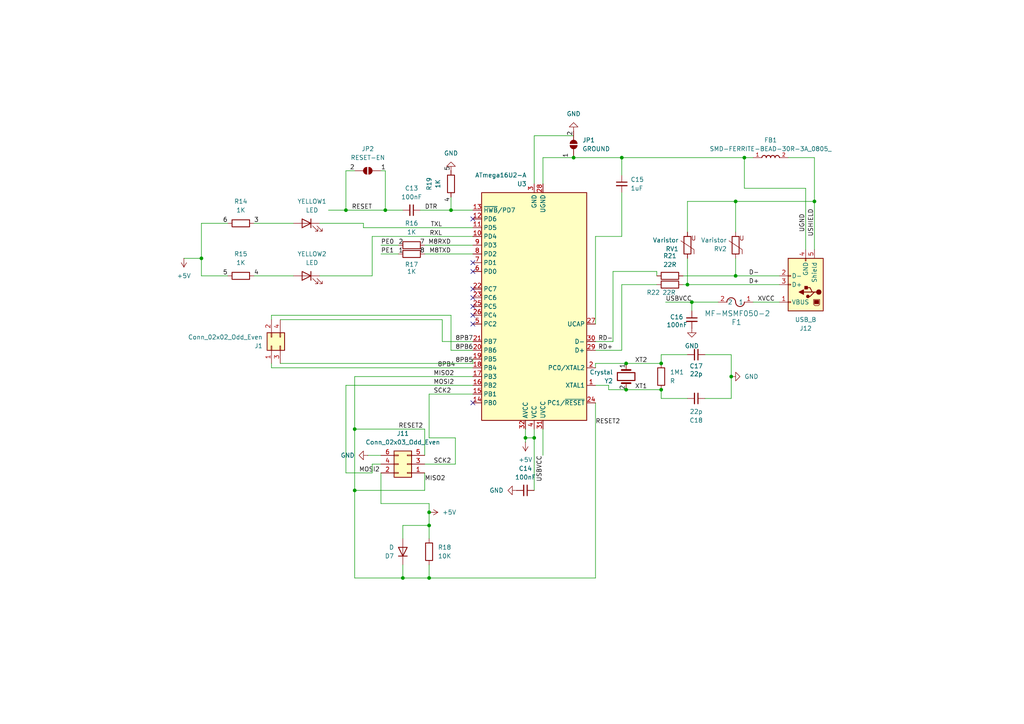
<source format=kicad_sch>
(kicad_sch (version 20231120) (generator "eeschema") (generator_version "8.0")
  (paper "A4")
  (title_block (title "ATmega16U2") (date "2024-07-11") (rev "0") (company "GEVITON ENTERPRISES LIMITED"))
  (lib_symbols
    (symbol "Connector:USB_B" (pin_names (offset 1.016))
      (property "Reference" "J" (at -5.08 11.43 0))
      (property "Value" "USB_B" (at -5.08 8.89 0))
      (symbol "USB_B_0_1"
        (rectangle (start -5.08 -7.62) (end 5.08 7.62) (stroke (width 0.254)) (fill (type background)))
        (circle (center -3.81 2.159) (radius 0.635) (stroke (width 0.254)) (fill (type outline)))
        (rectangle (start -3.81 5.588) (end -2.54 4.572) (fill (type outline)))
        (circle (center -0.635 3.429) (radius 0.381) (stroke (width 0.254)) (fill (type outline)))
        (rectangle (start -0.127 -7.62) (end 0.127 -6.858))
        (polyline (pts (xy -1.905 2.159) (xy 0.635 2.159)) (stroke (width 0.254)))
        (polyline (pts (xy -3.175 2.159) (xy -2.54 2.159) (xy -1.27 3.429) (xy -0.635 3.429)) (stroke (width 0.254)))
        (polyline (pts (xy -2.54 2.159) (xy -1.905 2.159) (xy -1.27 0.889) (xy 0 0.889)) (stroke (width 0.254)))
        (polyline (pts (xy 0.635 2.794) (xy 0.635 1.524) (xy 1.905 2.159) (xy 0.635 2.794)) (stroke (width 0.254)) (fill (type outline)))
        (polyline (pts (xy -4.064 4.318) (xy -2.286 4.318) (xy -2.286 5.715) (xy -2.667 6.096) (xy -3.683 6.096) (xy -4.064 5.715) (xy -4.064 4.318)))
        (rectangle (start 0.254 1.27) (end -0.508 0.508) (stroke (width 0.254)) (fill (type outline)))
        (rectangle (start 5.08 -2.667) (end 4.318 -2.413))
        (rectangle (start 5.08 -0.127) (end 4.318 0.127))
        (rectangle (start 5.08 4.953) (end 4.318 5.207))
      )
      (symbol "USB_B_1_1"
        (pin power_out line (at 7.62 5.08 180) (length 2.54) (name "VBUS") (number "1"))
        (pin bidirectional line (at 7.62 -2.54 180) (length 2.54) (name "D-") (number "2"))
        (pin bidirectional line (at 7.62 0 180) (length 2.54) (name "D+") (number "3"))
        (pin power_out line (at 0 -10.16 90) (length 2.54) (name "GND") (number "4"))
        (pin passive line (at -2.54 -10.16 90) (length 2.54) (name "Shield") (number "5"))
      )
    )
    (symbol "Connector_Generic:Conn_02x02_Odd_Even" (pin_names (offset 1.016) hide)
      (property "Reference" "J" (at 1.27 2.54 0))
      (property "Value" "Conn_02x02_Odd_Even" (at 1.27 -5.08 0))
      (symbol "Conn_02x02_Odd_Even_1_1"
        (rectangle (start -1.27 -2.413) (end 0 -2.667) (stroke (width 0.1524)))
        (rectangle (start -1.27 0.127) (end 0 -0.127) (stroke (width 0.1524)))
        (rectangle (start -1.27 1.27) (end 3.81 -3.81) (stroke (width 0.254)) (fill (type background)))
        (rectangle (start 3.81 -2.413) (end 2.54 -2.667) (stroke (width 0.1524)))
        (rectangle (start 3.81 0.127) (end 2.54 -0.127) (stroke (width 0.1524)))
        (pin passive line (at -5.08 0 0) (length 3.81) (name "Pin_1") (number "1"))
        (pin passive line (at 7.62 0 180) (length 3.81) (name "Pin_2") (number "2"))
        (pin passive line (at -5.08 -2.54 0) (length 3.81) (name "Pin_3") (number "3"))
        (pin passive line (at 7.62 -2.54 180) (length 3.81) (name "Pin_4") (number "4"))
      )
    )
    (symbol "Connector_Generic:Conn_02x03_Odd_Even" (pin_names (offset 1.016) hide)
      (property "Reference" "J" (at 1.27 5.08 0))
      (property "Value" "Conn_02x03_Odd_Even" (at 1.27 -5.08 0))
      (symbol "Conn_02x03_Odd_Even_1_1"
        (rectangle (start -1.27 -2.413) (end 0 -2.667) (stroke (width 0.1524)))
        (rectangle (start -1.27 0.127) (end 0 -0.127) (stroke (width 0.1524)))
        (rectangle (start -1.27 2.667) (end 0 2.413) (stroke (width 0.1524)))
        (rectangle (start -1.27 3.81) (end 3.81 -3.81) (stroke (width 0.254)) (fill (type background)))
        (rectangle (start 3.81 -2.413) (end 2.54 -2.667) (stroke (width 0.1524)))
        (rectangle (start 3.81 0.127) (end 2.54 -0.127) (stroke (width 0.1524)))
        (rectangle (start 3.81 2.667) (end 2.54 2.413) (stroke (width 0.1524)))
        (pin passive line (at -5.08 2.54 0) (length 3.81) (name "Pin_1") (number "1"))
        (pin passive line (at 7.62 2.54 180) (length 3.81) (name "Pin_2") (number "2"))
        (pin passive line (at -5.08 0 0) (length 3.81) (name "Pin_3") (number "3"))
        (pin passive line (at 7.62 0 180) (length 3.81) (name "Pin_4") (number "4"))
        (pin passive line (at -5.08 -2.54 0) (length 3.81) (name "Pin_5") (number "5"))
        (pin passive line (at 7.62 -2.54 180) (length 3.81) (name "Pin_6") (number "6"))
      )
    )
    (symbol "Device:C_Small" (pin_numbers hide) (pin_names (offset 0.254) hide)
      (property "Reference" "C" (at 0.254 1.778 0))
      (property "Value" "C_Small" (at 0.254 -2.032 0))
      (symbol "C_Small_0_1"
        (polyline (pts (xy -1.524 -0.508) (xy 1.524 -0.508)) (stroke (width 0.3302)))
        (polyline (pts (xy -1.524 0.508) (xy 1.524 0.508)) (stroke (width 0.3048)))
      )
      (symbol "C_Small_1_1"
        (pin passive line (at 0 2.54 270) (length 2.032) (name "~") (number "1"))
        (pin passive line (at 0 -2.54 90) (length 2.032) (name "~") (number "2"))
      )
    )
    (symbol "Device:Crystal" (pin_numbers hide) (pin_names (offset 1.016) hide)
      (property "Reference" "Y" (at 0 3.81 0))
      (property "Value" "Crystal" (at 0 -3.81 0))
      (symbol "Crystal_0_1"
        (rectangle (start -1.143 2.54) (end 1.143 -2.54) (stroke (width 0.3048)))
        (polyline (pts (xy -2.54 0) (xy -1.905 0)))
        (polyline (pts (xy -1.905 -1.27) (xy -1.905 1.27)) (stroke (width 0.508)))
        (polyline (pts (xy 1.905 -1.27) (xy 1.905 1.27)) (stroke (width 0.508)))
        (polyline (pts (xy 2.54 0) (xy 1.905 0)))
      )
      (symbol "Crystal_1_1"
        (pin passive line (at -3.81 0 0) (length 1.27) (name "1") (number "1"))
        (pin passive line (at 3.81 0 180) (length 1.27) (name "2") (number "2"))
      )
    )
    (symbol "Device:D" (pin_numbers hide) (pin_names (offset 1.016) hide)
      (property "Reference" "D" (at 0 2.54 0))
      (property "Value" "D" (at 0 -2.54 0))
      (symbol "D_0_1"
        (polyline (pts (xy -1.27 1.27) (xy -1.27 -1.27)) (stroke (width 0.254)))
        (polyline (pts (xy 1.27 0) (xy -1.27 0)))
        (polyline (pts (xy 1.27 1.27) (xy 1.27 -1.27) (xy -1.27 0) (xy 1.27 1.27)) (stroke (width 0.254)))
      )
      (symbol "D_1_1"
        (pin passive line (at -3.81 0 0) (length 2.54) (name "K") (number "1"))
        (pin passive line (at 3.81 0 180) (length 2.54) (name "A") (number "2"))
      )
    )
    (symbol "Device:LED" (pin_numbers hide) (pin_names (offset 1.016) hide)
      (property "Reference" "D" (at 0 2.54 0))
      (property "Value" "LED" (at 0 -2.54 0))
      (symbol "LED_0_1"
        (polyline (pts (xy -1.27 -1.27) (xy -1.27 1.27)) (stroke (width 0.254)))
        (polyline (pts (xy -1.27 0) (xy 1.27 0)))
        (polyline (pts (xy 1.27 -1.27) (xy 1.27 1.27) (xy -1.27 0) (xy 1.27 -1.27)) (stroke (width 0.254)))
        (polyline (pts (xy -3.048 -0.762) (xy -4.572 -2.286) (xy -3.81 -2.286) (xy -4.572 -2.286) (xy -4.572 -1.524)))
        (polyline (pts (xy -1.778 -0.762) (xy -3.302 -2.286) (xy -2.54 -2.286) (xy -3.302 -2.286) (xy -3.302 -1.524)))
      )
      (symbol "LED_1_1"
        (pin passive line (at -3.81 0 0) (length 2.54) (name "K") (number "1"))
        (pin passive line (at 3.81 0 180) (length 2.54) (name "A") (number "2"))
      )
    )
    (symbol "Device:R" (pin_numbers hide) (pin_names (offset 0))
      (property "Reference" "R" (at 2.032 0 90))
      (property "Value" "R" (at 0 0 90))
      (symbol "R_0_1"
        (rectangle (start -1.016 -2.54) (end 1.016 2.54) (stroke (width 0.254)))
      )
      (symbol "R_1_1"
        (pin passive line (at 0 3.81 270) (length 1.27) (name "~") (number "1"))
        (pin passive line (at 0 -3.81 90) (length 1.27) (name "~") (number "2"))
      )
    )
    (symbol "Device:Varistor" (pin_numbers hide) (pin_names (offset 0))
      (property "Reference" "RV" (at 3.175 0 90))
      (property "Value" "Varistor" (at -3.175 0 90))
      (symbol "Varistor_0_0"
        (text "U" (at -1.778 -2.032 0) (effects (font (size 1.27 1.27))))
      )
      (symbol "Varistor_0_1"
        (rectangle (start -1.016 -2.54) (end 1.016 2.54) (stroke (width 0.254)))
        (polyline (pts (xy -1.905 2.54) (xy -1.905 1.27) (xy 1.905 -1.27)))
      )
      (symbol "Varistor_1_1"
        (pin passive line (at 0 3.81 270) (length 1.27) (name "~") (number "1"))
        (pin passive line (at 0 -3.81 90) (length 1.27) (name "~") (number "2"))
      )
    )
    (symbol "Jumper:SolderJumper_2_Open" (pin_numbers hide) (pin_names (offset 0) hide) (exclude_from_sim yes) (in_bom no)
      (property "Reference" "JP" (at 0 2.032 0))
      (property "Value" "SolderJumper_2_Open" (at 0 -2.54 0))
      (symbol "SolderJumper_2_Open_0_1"
        (arc (start -0.254 1.016) (mid -1.2656 0) (end -0.254 -1.016))
        (arc (start -0.254 1.016) (mid -1.2656 0) (end -0.254 -1.016) (fill (type outline)))
        (polyline (pts (xy -0.254 1.016) (xy -0.254 -1.016)))
        (polyline (pts (xy 0.254 1.016) (xy 0.254 -1.016)))
        (arc (start 0.254 -1.016) (mid 1.2656 0) (end 0.254 1.016))
        (arc (start 0.254 -1.016) (mid 1.2656 0) (end 0.254 1.016) (fill (type outline)))
      )
      (symbol "SolderJumper_2_Open_1_1"
        (pin passive line (at -3.81 0 0) (length 2.54) (name "A") (number "1"))
        (pin passive line (at 3.81 0 180) (length 2.54) (name "B") (number "2"))
      )
    )
    (symbol "MCU_Microchip_ATmega:ATmega16U2-A"
      (property "Reference" "U" (at -15.24 34.29 0))
      (property "Value" "ATmega16U2-A" (at 2.54 -34.29 0))
      (symbol "ATmega16U2-A_0_1"
        (rectangle (start -15.24 -33.02) (end 15.24 33.02) (stroke (width 0.254)) (fill (type background)))
      )
      (symbol "ATmega16U2-A_1_1"
        (pin input line (at -17.78 22.86 0) (length 2.54) (name "XTAL1") (number "1"))
        (pin bidirectional line (at 17.78 -20.32 180) (length 2.54) (name "PD4") (number "10"))
        (pin bidirectional line (at 17.78 -22.86 180) (length 2.54) (name "PD5") (number "11"))
        (pin bidirectional line (at 17.78 -25.4 180) (length 2.54) (name "PD6") (number "12"))
        (pin bidirectional line (at 17.78 -27.94 180) (length 2.54) (name "~{HWB}/PD7") (number "13"))
        (pin bidirectional line (at 17.78 27.94 180) (length 2.54) (name "PB0") (number "14"))
        (pin bidirectional line (at 17.78 25.4 180) (length 2.54) (name "PB1") (number "15"))
        (pin bidirectional line (at 17.78 22.86 180) (length 2.54) (name "PB2") (number "16"))
        (pin bidirectional line (at 17.78 20.32 180) (length 2.54) (name "PB3") (number "17"))
        (pin bidirectional line (at 17.78 17.78 180) (length 2.54) (name "PB4") (number "18"))
        (pin bidirectional line (at 17.78 15.24 180) (length 2.54) (name "PB5") (number "19"))
        (pin bidirectional line (at -17.78 17.78 0) (length 2.54) (name "PC0/XTAL2") (number "2"))
        (pin bidirectional line (at 17.78 12.7 180) (length 2.54) (name "PB6") (number "20"))
        (pin bidirectional line (at 17.78 10.16 180) (length 2.54) (name "PB7") (number "21"))
        (pin bidirectional line (at 17.78 -5.08 180) (length 2.54) (name "PC7") (number "22"))
        (pin bidirectional line (at 17.78 -2.54 180) (length 2.54) (name "PC6") (number "23"))
        (pin bidirectional line (at -17.78 27.94 0) (length 2.54) (name "PC1/~{RESET}") (number "24"))
        (pin bidirectional line (at 17.78 0 180) (length 2.54) (name "PC5") (number "25"))
        (pin bidirectional line (at 17.78 2.54 180) (length 2.54) (name "PC4") (number "26"))
        (pin passive line (at -17.78 5.08 0) (length 2.54) (name "UCAP") (number "27"))
        (pin power_in line (at -2.54 -35.56 90) (length 2.54) (name "UGND") (number "28"))
        (pin bidirectional line (at -17.78 12.7 0) (length 2.54) (name "D+") (number "29"))
        (pin power_in line (at 0 -35.56 90) (length 2.54) (name "GND") (number "3"))
        (pin bidirectional line (at -17.78 10.16 0) (length 2.54) (name "D-") (number "30"))
        (pin power_in line (at -2.54 35.56 270) (length 2.54) (name "UVCC") (number "31"))
        (pin power_in line (at 2.54 35.56 270) (length 2.54) (name "AVCC") (number "32"))
        (pin power_in line (at 0 35.56 270) (length 2.54) (name "VCC") (number "4"))
        (pin bidirectional line (at 17.78 5.08 180) (length 2.54) (name "PC2") (number "5"))
        (pin bidirectional line (at 17.78 -10.16 180) (length 2.54) (name "PD0") (number "6"))
        (pin bidirectional line (at 17.78 -12.7 180) (length 2.54) (name "PD1") (number "7"))
        (pin bidirectional line (at 17.78 -15.24 180) (length 2.54) (name "PD2") (number "8"))
        (pin bidirectional line (at 17.78 -17.78 180) (length 2.54) (name "PD3") (number "9"))
      )
    )
    (symbol "MF_MSMF050_2:MF-MSMF050-2" (pin_names (offset 0.254))
      (property "Reference" "F" (at 5.08 3.175 0))
      (property "Value" "MF-MSMF050-2" (at 5.08 -3.175 0))
      (symbol "MF-MSMF050-2_0_1"
        (arc (start 5.08 0) (mid 3.81 1.2645) (end 2.54 0) (stroke (width 0.254)))
        (arc (start 5.08 0) (mid 6.35 -1.2645) (end 7.62 0) (stroke (width 0.254)))
        (pin unspecified line (at 0 0 0) (length 2.54) (name "1") (number "1"))
        (pin unspecified line (at 10.16 0 180) (length 2.54) (name "2") (number "2"))
      )
    )
    (symbol "SMD-FERRITE-BEAD-30R-3A_0805_:SMD-FERRITE-BEAD-30R-3A_0805_" (pin_names (offset 1.016))
      (property "Reference" "FB" (at -2.5414 1.2707 0))
      (property "Value" "SMD-FERRITE-BEAD-30R-3A_0805_" (at -2.5446 -2.5446 0))
      (symbol "SMD-FERRITE-BEAD-30R-3A_0805__0_0"
        (arc (start -1.27 0) (mid -1.905 0.6323) (end -2.54 0) (stroke (width 0.254)))
        (arc (start 0 0) (mid -0.635 0.6323) (end -1.27 0) (stroke (width 0.254)))
        (arc (start 1.27 0) (mid 0.635 0.6323) (end 0 0) (stroke (width 0.254)))
        (arc (start 2.54 0) (mid 1.905 0.6323) (end 1.27 0) (stroke (width 0.254)))
        (pin passive line (at -5.08 0 0) (length 2.54) (name "~") (number "1"))
        (pin passive line (at 5.08 0 180) (length 2.54) (name "~") (number "2"))
      )
    )
    (symbol "power:+5V" (power) (pin_numbers hide) (pin_names (offset 0) hide)
      (property "Value" "+5V" (at 0 3.556 0))
      (symbol "+5V_0_1"
        (polyline (pts (xy -0.762 1.27) (xy 0 2.54)))
        (polyline (pts (xy 0 0) (xy 0 2.54)))
        (polyline (pts (xy 0 2.54) (xy 0.762 1.27)))
      )
      (symbol "+5V_1_1"
        (pin power_in line (at 0 0 90) (length 0) (name "~") (number "1"))
      )
    )
    (symbol "power:GND" (power) (pin_numbers hide) (pin_names (offset 0) hide)
      (property "Value" "GND" (at 0 -3.81 0))
      (symbol "GND_0_1"
        (polyline (pts (xy 0 0) (xy 0 -1.27) (xy 1.27 -1.27) (xy 0 -2.54) (xy -1.27 -1.27) (xy 0 -1.27)))
      )
      (symbol "GND_1_1"
        (pin power_in line (at 0 0 270) (length 0) (name "~") (number "1"))
      )
    )
  )
  (junction (at 102.87 142.24))
  (junction (at 152.4 127))
  (junction (at 130.81 60.96))
  (junction (at 102.87 124.46))
  (junction (at 180.34 45.72))
  (junction (at 191.77 113.03))
  (junction (at 124.46 152.4))
  (junction (at 213.36 58.42))
  (junction (at 166.37 45.72))
  (junction (at 100.33 60.96))
  (junction (at 199.39 82.55))
  (junction (at 215.9 45.72))
  (junction (at 116.84 167.64))
  (junction (at 111.76 60.96))
  (junction (at 124.46 148.59))
  (junction (at 212.09 109.22))
  (junction (at 124.46 167.64))
  (junction (at 200.66 87.63))
  (junction (at 154.94 127))
  (junction (at 181.61 113.03))
  (junction (at 213.36 80.01))
  (junction (at 181.61 105.41))
  (junction (at 236.22 58.42))
  (junction (at 191.77 105.41))
  (junction (at 58.42 74.93))
  (no_connect (at 137.16 63.5))
  (no_connect (at 137.16 91.44))
  (no_connect (at 137.16 88.9))
  (no_connect (at 137.16 116.84))
  (no_connect (at 137.16 78.74))
  (no_connect (at 137.16 93.98))
  (no_connect (at 137.16 83.82))
  (no_connect (at 137.16 76.2))
  (no_connect (at 137.16 86.36))
  (wire (pts (xy 199.39 102.87) (xy 191.77 102.87)))
  (wire (pts (xy 130.81 101.6) (xy 130.81 91.44)))
  (wire (pts (xy 66.04 64.77) (xy 58.42 64.77)))
  (wire (pts (xy 107.95 80.01) (xy 92.71 80.01)))
  (wire (pts (xy 228.6 45.72) (xy 236.22 45.72)))
  (wire (pts (xy 58.42 64.77) (xy 58.42 74.93)))
  (wire (pts (xy 85.09 80.01) (xy 73.66 80.01)))
  (wire (pts (xy 236.22 58.42) (xy 236.22 45.72)))
  (wire (pts (xy 180.34 45.72) (xy 215.9 45.72)))
  (wire (pts (xy 191.77 113.03) (xy 181.61 113.03)))
  (wire (pts (xy 110.49 137.16) (xy 110.49 146.05)))
  (wire (pts (xy 154.94 53.34) (xy 154.94 39.37)))
  (wire (pts (xy 58.42 74.93) (xy 53.34 74.93)))
  (wire (pts (xy 199.39 82.55) (xy 198.12 82.55)))
  (wire (pts (xy 130.81 60.96) (xy 130.81 57.15)))
  (wire (pts (xy 180.34 50.8) (xy 180.34 45.72)))
  (wire (pts (xy 102.87 109.22) (xy 102.87 124.46)))
  (wire (pts (xy 199.39 74.93) (xy 199.39 82.55)))
  (wire (pts (xy 172.72 68.58) (xy 172.72 93.98)))
  (wire (pts (xy 78.74 91.44) (xy 78.74 92.71)))
  (wire (pts (xy 212.09 102.87) (xy 212.09 109.22)))
  (wire (pts (xy 102.87 124.46) (xy 102.87 142.24)))
  (wire (pts (xy 105.41 64.77) (xy 92.71 64.77)))
  (wire (pts (xy 137.16 114.3) (xy 124.46 114.3)))
  (wire (pts (xy 66.04 80.01) (xy 58.42 80.01)))
  (wire (pts (xy 176.53 113.03) (xy 181.61 113.03)))
  (wire (pts (xy 115.57 71.12) (xy 110.49 71.12)))
  (wire (pts (xy 105.41 66.04) (xy 105.41 64.77)))
  (wire (pts (xy 128.27 99.06) (xy 128.27 92.71)))
  (wire (pts (xy 215.9 45.72) (xy 218.44 45.72)))
  (wire (pts (xy 124.46 152.4) (xy 124.46 148.59)))
  (wire (pts (xy 123.19 137.16) (xy 123.19 142.24)))
  (wire (pts (xy 132.08 127) (xy 132.08 134.62)))
  (wire (pts (xy 100.33 60.96) (xy 100.33 49.53)))
  (wire (pts (xy 176.53 111.76) (xy 176.53 113.03)))
  (wire (pts (xy 200.66 90.17) (xy 200.66 87.63)))
  (wire (pts (xy 107.95 68.58) (xy 107.95 80.01)))
  (wire (pts (xy 137.16 73.66) (xy 123.19 73.66)))
  (wire (pts (xy 137.16 111.76) (xy 100.33 111.76)))
  (wire (pts (xy 137.16 60.96) (xy 130.81 60.96)))
  (wire (pts (xy 172.72 105.41) (xy 181.61 105.41)))
  (wire (pts (xy 116.84 152.4) (xy 116.84 156.21)))
  (wire (pts (xy 124.46 146.05) (xy 124.46 148.59)))
  (wire (pts (xy 154.94 39.37) (xy 166.37 39.37)))
  (wire (pts (xy 115.57 73.66) (xy 110.49 73.66)))
  (wire (pts (xy 154.94 127) (xy 152.4 127)))
  (wire (pts (xy 213.36 58.42) (xy 199.39 58.42)))
  (wire (pts (xy 199.39 67.31) (xy 199.39 58.42)))
  (wire (pts (xy 177.8 78.74) (xy 177.8 99.06)))
  (wire (pts (xy 190.5 78.74) (xy 177.8 78.74)))
  (wire (pts (xy 116.84 167.64) (xy 102.87 167.64)))
  (wire (pts (xy 177.8 99.06) (xy 172.72 99.06)))
  (wire (pts (xy 226.06 82.55) (xy 199.39 82.55)))
  (wire (pts (xy 233.68 72.39) (xy 233.68 54.61)))
  (wire (pts (xy 123.19 124.46) (xy 102.87 124.46)))
  (wire (pts (xy 100.33 111.76) (xy 100.33 137.16)))
  (wire (pts (xy 152.4 127) (xy 152.4 124.46)))
  (wire (pts (xy 172.72 106.68) (xy 172.72 105.41)))
  (wire (pts (xy 102.87 109.22) (xy 137.16 109.22)))
  (wire (pts (xy 233.68 54.61) (xy 215.9 54.61)))
  (wire (pts (xy 110.49 49.53) (xy 111.76 49.53)))
  (wire (pts (xy 180.34 68.58) (xy 172.72 68.58)))
  (wire (pts (xy 102.87 142.24) (xy 123.19 142.24)))
  (wire (pts (xy 123.19 132.08) (xy 123.19 124.46)))
  (wire (pts (xy 204.47 102.87) (xy 212.09 102.87)))
  (wire (pts (xy 213.36 80.01) (xy 198.12 80.01)))
  (wire (pts (xy 191.77 105.41) (xy 181.61 105.41)))
  (wire (pts (xy 172.72 111.76) (xy 176.53 111.76)))
  (wire (pts (xy 124.46 167.64) (xy 124.46 163.83)))
  (wire (pts (xy 85.09 64.77) (xy 73.66 64.77)))
  (wire (pts (xy 213.36 58.42) (xy 236.22 58.42)))
  (wire (pts (xy 137.16 71.12) (xy 123.19 71.12)))
  (wire (pts (xy 180.34 82.55) (xy 190.5 82.55)))
  (wire (pts (xy 226.06 80.01) (xy 213.36 80.01)))
  (wire (pts (xy 154.94 142.24) (xy 154.94 127)))
  (wire (pts (xy 107.95 134.62) (xy 110.49 134.62)))
  (wire (pts (xy 212.09 109.22) (xy 212.09 115.57)))
  (wire (pts (xy 212.09 115.57) (xy 204.47 115.57)))
  (wire (pts (xy 199.39 115.57) (xy 191.77 115.57)))
  (wire (pts (xy 213.36 80.01) (xy 213.36 74.93)))
  (wire (pts (xy 100.33 49.53) (xy 102.87 49.53)))
  (wire (pts (xy 124.46 152.4) (xy 116.84 152.4)))
  (wire (pts (xy 132.08 134.62) (xy 123.19 134.62)))
  (wire (pts (xy 208.28 87.63) (xy 200.66 87.63)))
  (wire (pts (xy 100.33 137.16) (xy 107.95 137.16)))
  (wire (pts (xy 116.84 60.96) (xy 111.76 60.96)))
  (wire (pts (xy 130.81 91.44) (xy 78.74 91.44)))
  (wire (pts (xy 226.06 87.63) (xy 218.44 87.63)))
  (wire (pts (xy 130.81 60.96) (xy 121.92 60.96)))
  (wire (pts (xy 107.95 137.16) (xy 107.95 134.62)))
  (wire (pts (xy 236.22 72.39) (xy 236.22 58.42)))
  (wire (pts (xy 111.76 60.96) (xy 111.76 49.53)))
  (wire (pts (xy 172.72 101.6) (xy 180.34 101.6)))
  (wire (pts (xy 124.46 167.64) (xy 116.84 167.64)))
  (wire (pts (xy 137.16 68.58) (xy 107.95 68.58)))
  (wire (pts (xy 111.76 60.96) (xy 100.33 60.96)))
  (wire (pts (xy 172.72 116.84) (xy 172.72 167.64)))
  (wire (pts (xy 157.48 53.34) (xy 157.48 45.72)))
  (wire (pts (xy 78.74 106.68) (xy 78.74 105.41)))
  (wire (pts (xy 191.77 102.87) (xy 191.77 105.41)))
  (wire (pts (xy 110.49 146.05) (xy 124.46 146.05)))
  (wire (pts (xy 102.87 167.64) (xy 102.87 142.24)))
  (wire (pts (xy 166.37 45.72) (xy 180.34 45.72)))
  (wire (pts (xy 172.72 167.64) (xy 124.46 167.64)))
  (wire (pts (xy 215.9 54.61) (xy 215.9 45.72)))
  (wire (pts (xy 137.16 105.41) (xy 137.16 104.14)))
  (wire (pts (xy 137.16 106.68) (xy 78.74 106.68)))
  (wire (pts (xy 213.36 67.31) (xy 213.36 58.42)))
  (wire (pts (xy 100.33 60.96) (xy 95.25 60.96)))
  (wire (pts (xy 81.28 105.41) (xy 137.16 105.41)))
  (wire (pts (xy 128.27 92.71) (xy 81.28 92.71)))
  (wire (pts (xy 106.68 132.08) (xy 110.49 132.08)))
  (wire (pts (xy 180.34 55.88) (xy 180.34 68.58)))
  (wire (pts (xy 191.77 115.57) (xy 191.77 113.03)))
  (wire (pts (xy 157.48 124.46) (xy 157.48 132.08)))
  (wire (pts (xy 154.94 127) (xy 154.94 124.46)))
  (wire (pts (xy 137.16 99.06) (xy 128.27 99.06)))
  (wire (pts (xy 180.34 101.6) (xy 180.34 82.55)))
  (wire (pts (xy 200.66 87.63) (xy 193.04 87.63)))
  (wire (pts (xy 137.16 66.04) (xy 105.41 66.04)))
  (wire (pts (xy 58.42 80.01) (xy 58.42 74.93)))
  (wire (pts (xy 124.46 127) (xy 132.08 127)))
  (wire (pts (xy 124.46 156.21) (xy 124.46 152.4)))
  (wire (pts (xy 157.48 45.72) (xy 166.37 45.72)))
  (wire (pts (xy 190.5 78.74) (xy 190.5 80.01)))
  (wire (pts (xy 124.46 114.3) (xy 124.46 127)))
  (wire (pts (xy 137.16 101.6) (xy 130.81 101.6)))
  (wire (pts (xy 152.4 128.27) (xy 152.4 127)))
  (wire (pts (xy 116.84 163.83) (xy 116.84 167.64)))
  (label "RESET2" (at 172.72 123.19 0))
  (label "1" (at 181.61 105.41 270))
  (label "2" (at 166.37 39.37 90))
  (label "MOSI2" (at 104.14 137.16 0))
  (label "RESET2" (at 115.57 124.46 0))
  (label "5" (at 130.81 49.53 90))
  (label "SCK2" (at 125.73 114.3 0))
  (label "5" (at 66.04 80.01 180))
  (label "4" (at 130.81 57.15 270))
  (label "RD+" (at 177.8 101.6 180))
  (label "MISO2" (at 125.73 109.22 0))
  (label "2" (at 181.61 113.03 90))
  (label "TXL" (at 128.27 66.04 180))
  (label "2" (at 102.87 49.53 180))
  (label "8PB4" (at 132.08 106.68 180))
  (label "3" (at 73.66 64.77 0))
  (label "RXL" (at 128.27 68.58 180))
  (label "1" (at 165.1 45.72 90))
  (label "8PB5" (at 132.08 105.41 0))
  (label "8PB6" (at 132.08 101.6 0))
  (label "USHIELD" (at 236.22 68.58 90))
  (label "PE1" (at 110.49 73.66 0))
  (label "UGND" (at 233.68 67.31 90))
  (label "PE0" (at 110.49 71.12 0))
  (label "MOSI2" (at 125.73 111.76 0))
  (label "XVCC" (at 219.71 87.63 0))
  (label "RD-" (at 177.8 99.06 180))
  (label "8PB7" (at 132.08 99.06 0))
  (label "6" (at 66.04 64.77 180))
  (label "USBVCC" (at 193.04 87.63 0))
  (label "USBVCC" (at 157.48 132.08 270))
  (label "SCK2" (at 125.73 134.62 0))
  (label "1" (at 110.49 49.53 0))
  (label "M8RXD" (at 130.81 71.12 180))
  (label "2" (at 115.57 71.12 0))
  (label "M8TXD" (at 130.81 73.66 180))
  (label "4" (at 73.66 80.01 0))
  (label "MISO2" (at 123.19 139.7 0))
  (label "8" (at 123.19 73.66 180))
  (label "D-" (at 217.17 80.01 0))
  (label "DTR" (at 123.19 60.96 0))
  (label "RESET" (at 107.95 60.96 180))
  (label "XT1" (at 184.15 113.03 0))
  (label "D+" (at 217.17 82.55 0))
  (label "1" (at 115.57 73.66 0))
  (label "7" (at 123.19 71.12 180))
  (label "XT2" (at 184.15 105.41 0))
  (symbol (lib_id "Device:Varistor") (at 213.36 71.12 180) (unit 1)
    (property "Reference" "RV2" (at 210.82 72.1968 0) (effects (justify left)))
    (property "Value" "Varistor" (at 210.82 69.6568 0) (effects (justify left)))
    (property "Footprint" "Varistor:Varistor_Panasonic_VF" (effects (hide yes)))
    (property "Description" "Voltage dependent resistor" (effects (hide yes)))
    (property "Sim.Name" "kicad_builtin_varistor" (effects (hide yes)))
    (property "Sim.Device" "SUBCKT" (effects (hide yes)))
    (property "Sim.Pins" "1=A 2=B" (effects (hide yes)))
    (property "Sim.Params" "threshold=1k" (effects (hide yes)))
    (property "Sim.Library" "${KICAD7_SYMBOL_DIR}/Simulation_SPICE.sp" (effects (hide yes)))
  )
  (symbol (lib_id "power:GND") (at 166.37 38.1 180) (unit 1)
    (property "Reference" "#PWR010" (effects (hide yes)))
    (property "Value" "GND" (at 166.37 33.02 0))
    (property "Description" "Power symbol creates a global label with name \"GND\" , ground" (effects (hide yes)))
  )
  (symbol (lib_id "Device:R") (at 69.85 80.01 270) (unit 1)
    (property "Reference" "R15" (at 69.85 73.66 90))
    (property "Value" "1K" (at 69.85 76.2 90))
    (property "Footprint" "Resistor_SMD:R_0201_0603Metric_Pad0.64x0.40mm_HandSolder" (effects (hide yes)))
    (property "Description" "Resistor" (effects (hide yes)))
  )
  (symbol (lib_id "Device:R") (at 194.31 82.55 270) (unit 1)
    (property "Reference" "R22" (at 189.484 84.836 90))
    (property "Value" "22R" (at 194.056 84.836 90))
    (property "Footprint" "Resistor_SMD:R_0201_0603Metric_Pad0.64x0.40mm_HandSolder" (effects (hide yes)))
    (property "Description" "Resistor" (effects (hide yes)))
  )
  (symbol (lib_id "Connector_Generic:Conn_02x02_Odd_Even") (at 78.74 100.33 90) (unit 1)
    (property "Reference" "J1" (at 76.2 100.3301 90) (effects (justify left)))
    (property "Value" "Conn_02x02_Odd_Even" (at 76.2 97.7901 90) (effects (justify left)))
    (property "Footprint" "Connector_Hirose:Hirose_DF11-4DP-2DSA_2x02_P2.00mm_Vertical" (effects (hide yes)))
    (property "Description" "Generic connector, double row, 02x02, odd/even pin numbering scheme (row 1 odd numbers, row 2 even numbers), script generated (kicad-library-utils/schlib/autogen/connector/)" (effects (hide yes)))
  )
  (symbol (lib_id "Device:LED") (at 88.9 64.77 0) (mirror y) (unit 1)
    (property "Reference" "YELLOW1" (at 90.4875 58.42 0))
    (property "Value" "LED" (at 90.4875 60.96 0))
    (property "Footprint" "LED_SMD:LED_0201_0603Metric" (effects (hide yes)))
    (property "Description" "Light emitting diode" (effects (hide yes)))
  )
  (symbol (lib_id "power:GND") (at 130.81 49.53 180) (unit 1)
    (property "Reference" "#PWR032" (effects (hide yes)))
    (property "Value" "GND" (at 130.81 44.45 0))
    (property "Description" "Power symbol creates a global label with name \"GND\" , ground" (effects (hide yes)))
  )
  (symbol (lib_id "Device:R") (at 124.46 160.02 180) (unit 1)
    (property "Reference" "R18" (at 127 158.7499 0) (effects (justify right)))
    (property "Value" "10K" (at 127 161.2899 0) (effects (justify right)))
    (property "Footprint" "Resistor_SMD:R_0201_0603Metric_Pad0.64x0.40mm_HandSolder" (effects (hide yes)))
    (property "Description" "Resistor" (effects (hide yes)))
  )
  (symbol (lib_id "power:GND") (at 106.68 132.08 270) (unit 1)
    (property "Reference" "#PWR030" (effects (hide yes)))
    (property "Value" "GND" (at 102.87 132.0801 90) (effects (justify right)))
    (property "Description" "Power symbol creates a global label with name \"GND\" , ground" (effects (hide yes)))
  )
  (symbol (lib_id "Device:R") (at 69.85 64.77 270) (unit 1)
    (property "Reference" "R14" (at 69.85 58.42 90))
    (property "Value" "1K" (at 69.85 60.96 90))
    (property "Footprint" "Resistor_SMD:R_0201_0603Metric_Pad0.64x0.40mm_HandSolder" (effects (hide yes)))
    (property "Description" "Resistor" (effects (hide yes)))
  )
  (symbol (lib_id "power:GND") (at 200.66 95.25 0) (unit 1)
    (property "Reference" "#PWR035" (effects (hide yes)))
    (property "Value" "GND" (at 200.66 100.33 0))
    (property "Description" "Power symbol creates a global label with name \"GND\" , ground" (effects (hide yes)))
  )
  (symbol (lib_id "power:GND") (at 212.09 109.22 90) (unit 1)
    (property "Reference" "#PWR036" (effects (hide yes)))
    (property "Value" "GND" (at 215.9 109.2201 90) (effects (justify right)))
    (property "Description" "Power symbol creates a global label with name \"GND\" , ground" (effects (hide yes)))
  )
  (symbol (lib_id "Device:R") (at 130.81 53.34 0) (mirror y) (unit 1)
    (property "Reference" "R19" (at 124.46 53.34 90))
    (property "Value" "1K" (at 127 53.34 90))
    (property "Footprint" "Resistor_SMD:R_0201_0603Metric_Pad0.64x0.40mm_HandSolder" (effects (hide yes)))
    (property "Description" "Resistor" (effects (hide yes)))
  )
  (symbol (lib_id "power:+5V") (at 53.34 74.93 180) (unit 1)
    (property "Reference" "#PWR029" (effects (hide yes)))
    (property "Value" "+5V" (at 53.34 80.01 0))
    (property "Description" "Power symbol creates a global label with name \"+5V\"" (effects (hide yes)))
  )
  (symbol (lib_id "Device:C_Small") (at 201.93 115.57 270) (unit 1)
    (property "Reference" "C18" (at 201.9237 121.92 90))
    (property "Value" "22p" (at 201.9237 119.38 90))
    (property "Footprint" "Capacitor_SMD:C_0402_1005Metric_Pad0.74x0.62mm_HandSolder" (effects (hide yes)))
    (property "Description" "Unpolarized capacitor, small symbol" (effects (hide yes)))
  )
  (symbol (lib_id "Device:R") (at 191.77 109.22 180) (unit 1)
    (property "Reference" "1M1" (at 194.31 107.9499 0) (effects (justify right)))
    (property "Value" "R" (at 194.31 110.4899 0) (effects (justify right)))
    (property "Footprint" "Resistor_SMD:R_0201_0603Metric_Pad0.64x0.40mm_HandSolder" (effects (hide yes)))
    (property "Description" "Resistor" (effects (hide yes)))
  )
  (symbol (lib_id "Device:C_Small") (at 180.34 53.34 0) (unit 1)
    (property "Reference" "C15" (at 182.88 52.0762 0) (effects (justify left)))
    (property "Value" "1uF" (at 182.88 54.6162 0) (effects (justify left)))
    (property "Footprint" "Capacitor_SMD:C_0402_1005Metric_Pad0.74x0.62mm_HandSolder" (effects (hide yes)))
    (property "Description" "Unpolarized capacitor, small symbol" (effects (hide yes)))
  )
  (symbol (lib_id "Device:LED") (at 88.9 80.01 0) (mirror y) (unit 1)
    (property "Reference" "YELLOW2" (at 90.4875 73.66 0))
    (property "Value" "LED" (at 90.4875 76.2 0))
    (property "Footprint" "LED_SMD:LED_0201_0603Metric" (effects (hide yes)))
    (property "Description" "Light emitting diode" (effects (hide yes)))
  )
  (symbol (lib_id "Device:R") (at 119.38 71.12 270) (mirror x) (unit 1)
    (property "Reference" "R16" (at 119.38 64.77 90))
    (property "Value" "1K" (at 119.38 67.31 90))
    (property "Footprint" "Resistor_SMD:R_0201_0603Metric_Pad0.64x0.40mm_HandSolder" (effects (hide yes)))
    (property "Description" "Resistor" (effects (hide yes)))
  )
  (symbol (lib_id "MCU_Microchip_ATmega:ATmega16U2-A") (at 154.94 88.9 180) (unit 1)
    (property "Reference" "U3" (at 152.7459 53.34 0) (effects (justify left)))
    (property "Value" "ATmega16U2-A" (at 152.7459 50.8 0) (effects (justify left)))
    (property "Footprint" "Package_QFP:TQFP-32_7x7mm_P0.8mm" (effects (hide yes)))
    (property "Datasheet" "http://ww1.microchip.com/downloads/en/DeviceDoc/doc7799.pdf" (effects (hide yes)))
    (property "Description" "16MHz, 16kB Flash, 512B SRAM, 512B EEPROM, TQFP-32" (effects (hide yes)))
  )
  (symbol (lib_id "Device:D") (at 116.84 160.02 90) (unit 1)
    (property "Reference" "D7" (at 114.3 161.2901 90) (effects (justify left)))
    (property "Value" "D" (at 114.3 158.7501 90) (effects (justify left)))
    (property "Footprint" "Diode_SMD:D_0402_1005Metric_Pad0.77x0.64mm_HandSolder" (effects (hide yes)))
    (property "Description" "Diode" (effects (hide yes)))
    (property "Sim.Device" "D" (effects (hide yes)))
    (property "Sim.Pins" "1=K 2=A" (effects (hide yes)))
  )
  (symbol (lib_id "Jumper:SolderJumper_2_Open") (at 166.37 41.91 90) (unit 1) (exclude_from_sim yes) (in_bom no)
    (property "Reference" "JP1" (at 168.91 40.6399 90) (effects (justify right)))
    (property "Value" "GROUND" (at 168.91 43.1799 90) (effects (justify right)))
    (property "Footprint" "Jumper:SolderJumper-2_P1.3mm_Open_RoundedPad1.0x1.5mm" (effects (hide yes)))
    (property "Description" "Solder Jumper, 2-pole, open" (effects (hide yes)))
  )
  (symbol (lib_id "Device:C_Small") (at 152.4 142.24 270) (unit 1)
    (property "Reference" "C14" (at 152.3936 135.89 90))
    (property "Value" "100nF" (at 152.3936 138.43 90))
    (property "Footprint" "Capacitor_SMD:C_0402_1005Metric_Pad0.74x0.62mm_HandSolder" (effects (hide yes)))
    (property "Description" "Unpolarized capacitor, small symbol" (effects (hide yes)))
  )
  (symbol (lib_id "Device:C_Small") (at 119.38 60.96 270) (mirror x) (unit 1)
    (property "Reference" "C13" (at 119.3737 54.61 90))
    (property "Value" "100nF" (at 119.3737 57.15 90))
    (property "Footprint" "Capacitor_SMD:C_0402_1005Metric_Pad0.74x0.62mm_HandSolder" (effects (hide yes)))
    (property "Description" "Unpolarized capacitor, small symbol" (effects (hide yes)))
  )
  (symbol (lib_id "SMD-FERRITE-BEAD-30R-3A_0805_:SMD-FERRITE-BEAD-30R-3A_0805_") (at 223.52 45.72 0) (unit 1)
    (property "Reference" "FB1" (at 223.52 40.64 0))
    (property "Value" "SMD-FERRITE-BEAD-30R-3A_0805_" (at 223.52 43.18 0))
    (property "Footprint" "SMD-FERRITE-BEAD-30R-3A_0805_:L0805" (effects (hide yes)))
    (property "MF" "Bourns" (effects (hide yes)))
    (property "Description_1" "\nCB2x1.2x.9mm, 30?25%3A, non-shdSMD | Bourns MH2029-300Y\n" (effects (hide yes)))
    (property "Package" "0805 Bourns" (effects (hide yes)))
    (property "MPN" "MH2029-300Y" (effects (hide yes)))
    (property "Price" "None" (effects (hide yes)))
    (property "VALUE" "30R 3A" (effects (hide yes)))
    (property "SnapEDA_Link" "https://www.snapeda.com/parts/MH2029-300Y/Bourns+-+J.W.+Miller/view-part/?ref=snap" (effects (hide yes)))
    (property "MP" "MH2029-300Y" (effects (hide yes)))
    (property "Purchase-URL" "https://www.snapeda.com/api/url_track_click_mouser/?unipart_id=42623&manufacturer=Bourns&part_name=MH2029-300Y&search_term=mh2029" (effects (hide yes)))
    (property "Availability" "In Stock" (effects (hide yes)))
    (property "Check_prices" "https://www.snapeda.com/parts/MH2029-300Y/Bourns+-+J.W.+Miller/view-part/?ref=eda" (effects (hide yes)))
  )
  (symbol (lib_id "Device:C_Small") (at 200.66 92.71 0) (unit 1)
    (property "Reference" "C16" (at 194.31 91.948 0) (effects (justify left)))
    (property "Value" "100nF" (at 193.294 94.234 0) (effects (justify left)))
    (property "Footprint" "Capacitor_SMD:C_0402_1005Metric_Pad0.74x0.62mm_HandSolder" (effects (hide yes)))
    (property "Description" "Unpolarized capacitor, small symbol" (effects (hide yes)))
  )
  (symbol (lib_id "Jumper:SolderJumper_2_Open") (at 106.68 49.53 0) (unit 1) (exclude_from_sim yes) (in_bom no)
    (property "Reference" "JP2" (at 106.68 43.18 0))
    (property "Value" "RESET-EN" (at 106.68 45.72 0))
    (property "Footprint" "Jumper:SolderJumper-2_P1.3mm_Open_RoundedPad1.0x1.5mm" (effects (hide yes)))
    (property "Description" "Solder Jumper, 2-pole, open" (effects (hide yes)))
  )
  (symbol (lib_id "Device:C_Small") (at 201.93 102.87 270) (unit 1)
    (property "Reference" "C17" (at 201.93 106.172 90))
    (property "Value" "22p" (at 201.93 108.458 90))
    (property "Footprint" "Capacitor_SMD:C_0402_1005Metric_Pad0.74x0.62mm_HandSolder" (effects (hide yes)))
    (property "Description" "Unpolarized capacitor, small symbol" (effects (hide yes)))
  )
  (symbol (lib_id "Device:Varistor") (at 199.39 71.12 180) (unit 1)
    (property "Reference" "RV1" (at 196.85 72.1968 0) (effects (justify left)))
    (property "Value" "Varistor" (at 196.85 69.6568 0) (effects (justify left)))
    (property "Footprint" "Varistor:Varistor_Panasonic_VF" (effects (hide yes)))
    (property "Description" "Voltage dependent resistor" (effects (hide yes)))
    (property "Sim.Name" "kicad_builtin_varistor" (effects (hide yes)))
    (property "Sim.Device" "SUBCKT" (effects (hide yes)))
    (property "Sim.Pins" "1=A 2=B" (effects (hide yes)))
    (property "Sim.Params" "threshold=1k" (effects (hide yes)))
    (property "Sim.Library" "${KICAD7_SYMBOL_DIR}/Simulation_SPICE.sp" (effects (hide yes)))
  )
  (symbol (lib_id "power:+5V") (at 152.4 128.27 180) (unit 1)
    (property "Reference" "#PWR034" (effects (hide yes)))
    (property "Value" "+5V" (at 152.4 133.35 0))
    (property "Description" "Power symbol creates a global label with name \"+5V\"" (effects (hide yes)))
  )
  (symbol (lib_id "Device:R") (at 194.31 80.01 270) (mirror x) (unit 1)
    (property "Reference" "R21" (at 194.31 74.2098 90))
    (property "Value" "22R" (at 194.31 76.7498 90))
    (property "Footprint" "Resistor_SMD:R_0201_0603Metric_Pad0.64x0.40mm_HandSolder" (effects (hide yes)))
    (property "Description" "Resistor" (effects (hide yes)))
  )
  (symbol (lib_id "Device:Crystal") (at 181.61 109.22 270) (unit 1)
    (property "Reference" "Y2" (at 177.8 110.4901 90) (effects (justify right)))
    (property "Value" "Crystal" (at 177.8 107.9501 90) (effects (justify right)))
    (property "Footprint" "Crystal:Crystal_SMD_HC49-SD_HandSoldering" (effects (hide yes)))
    (property "Description" "Two pin crystal" (effects (hide yes)))
  )
  (symbol (lib_id "power:+5V") (at 124.46 148.59 270) (unit 1)
    (property "Reference" "#PWR031" (effects (hide yes)))
    (property "Value" "+5V" (at 128.27 148.5901 90) (effects (justify left)))
    (property "Description" "Power symbol creates a global label with name \"+5V\"" (effects (hide yes)))
  )
  (symbol (lib_id "Device:R") (at 119.38 73.66 270) (unit 1)
    (property "Reference" "R17" (at 119.38 76.708 90))
    (property "Value" "1K" (at 119.38 78.74 90))
    (property "Footprint" "Resistor_SMD:R_0201_0603Metric_Pad0.64x0.40mm_HandSolder" (effects (hide yes)))
    (property "Description" "Resistor" (effects (hide yes)))
  )
  (symbol (lib_id "power:GND") (at 149.86 142.24 270) (unit 1)
    (property "Reference" "#PWR033" (effects (hide yes)))
    (property "Value" "GND" (at 146.05 142.2401 90) (effects (justify right)))
    (property "Description" "Power symbol creates a global label with name \"GND\" , ground" (effects (hide yes)))
  )
  (symbol (lib_id "Connector_Generic:Conn_02x03_Odd_Even") (at 118.11 134.62 180) (unit 1)
    (property "Reference" "J11" (at 116.84 125.73 0))
    (property "Value" "Conn_02x03_Odd_Even" (at 116.84 128.27 0))
    (property "Footprint" "Connector_PinHeader_1.00mm:PinHeader_2x03_P1.00mm_Vertical" (effects (hide yes)))
    (property "Description" "Generic connector, double row, 02x03, odd/even pin numbering scheme (row 1 odd numbers, row 2 even numbers), script generated (kicad-library-utils/schlib/autogen/connector/)" (effects (hide yes)))
  )
  (symbol (lib_id "MF_MSMF050_2:MF-MSMF050-2") (at 218.44 87.63 180) (unit 1)
    (property "Reference" "F1" (at 213.614 93.472 0) (effects (font (size 1.524 1.524))))
    (property "Value" "MF-MSMF050-2" (at 213.868 90.932 0) (effects (font (size 1.524 1.524))))
    (property "Footprint" "MF_MSMF050_2:FUSE_F050-2" (effects (hide yes)))
    (property "Datasheet" "MF-MSMF050-2" (effects (hide yes)))
  )
  (symbol (lib_id "Connector:USB_B") (at 233.68 82.55 180) (unit 1)
    (property "Reference" "J12" (at 233.68 95.25 0))
    (property "Value" "USB_B" (at 233.68 92.71 0))
    (property "Footprint" "Connector_USB:USB_B_OST_USB-B1HSxx_Horizontal" (effects (hide yes)))
    (property "Description" "USB Type B connector" (effects (hide yes)))
  )
)
</source>
